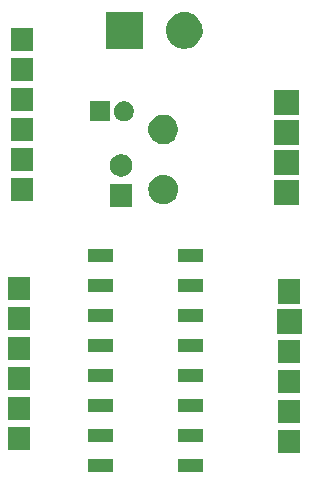
<source format=gbr>
G04 #@! TF.GenerationSoftware,KiCad,Pcbnew,(5.1.2)-2*
G04 #@! TF.CreationDate,2020-04-13T15:56:54+07:00*
G04 #@! TF.ProjectId,l293d,6c323933-642e-46b6-9963-61645f706362,rev?*
G04 #@! TF.SameCoordinates,Original*
G04 #@! TF.FileFunction,Soldermask,Top*
G04 #@! TF.FilePolarity,Negative*
%FSLAX46Y46*%
G04 Gerber Fmt 4.6, Leading zero omitted, Abs format (unit mm)*
G04 Created by KiCad (PCBNEW (5.1.2)-2) date 2020-04-13 15:56:54*
%MOMM*%
%LPD*%
G04 APERTURE LIST*
%ADD10C,0.100000*%
G04 APERTURE END LIST*
D10*
G36*
X108239000Y-108501000D02*
G01*
X106137000Y-108501000D01*
X106137000Y-107399000D01*
X108239000Y-107399000D01*
X108239000Y-108501000D01*
X108239000Y-108501000D01*
G37*
G36*
X100619000Y-108501000D02*
G01*
X98517000Y-108501000D01*
X98517000Y-107399000D01*
X100619000Y-107399000D01*
X100619000Y-108501000D01*
X100619000Y-108501000D01*
G37*
G36*
X116521000Y-106869000D02*
G01*
X114619000Y-106869000D01*
X114619000Y-104967000D01*
X116521000Y-104967000D01*
X116521000Y-106869000D01*
X116521000Y-106869000D01*
G37*
G36*
X93661000Y-106615000D02*
G01*
X91759000Y-106615000D01*
X91759000Y-104713000D01*
X93661000Y-104713000D01*
X93661000Y-106615000D01*
X93661000Y-106615000D01*
G37*
G36*
X108239000Y-105961000D02*
G01*
X106137000Y-105961000D01*
X106137000Y-104859000D01*
X108239000Y-104859000D01*
X108239000Y-105961000D01*
X108239000Y-105961000D01*
G37*
G36*
X100619000Y-105961000D02*
G01*
X98517000Y-105961000D01*
X98517000Y-104859000D01*
X100619000Y-104859000D01*
X100619000Y-105961000D01*
X100619000Y-105961000D01*
G37*
G36*
X116521000Y-104329000D02*
G01*
X114619000Y-104329000D01*
X114619000Y-102427000D01*
X116521000Y-102427000D01*
X116521000Y-104329000D01*
X116521000Y-104329000D01*
G37*
G36*
X93661000Y-104075000D02*
G01*
X91759000Y-104075000D01*
X91759000Y-102173000D01*
X93661000Y-102173000D01*
X93661000Y-104075000D01*
X93661000Y-104075000D01*
G37*
G36*
X108239000Y-103421000D02*
G01*
X106137000Y-103421000D01*
X106137000Y-102319000D01*
X108239000Y-102319000D01*
X108239000Y-103421000D01*
X108239000Y-103421000D01*
G37*
G36*
X100619000Y-103421000D02*
G01*
X98517000Y-103421000D01*
X98517000Y-102319000D01*
X100619000Y-102319000D01*
X100619000Y-103421000D01*
X100619000Y-103421000D01*
G37*
G36*
X116521000Y-101789000D02*
G01*
X114619000Y-101789000D01*
X114619000Y-99887000D01*
X116521000Y-99887000D01*
X116521000Y-101789000D01*
X116521000Y-101789000D01*
G37*
G36*
X93661000Y-101535000D02*
G01*
X91759000Y-101535000D01*
X91759000Y-99633000D01*
X93661000Y-99633000D01*
X93661000Y-101535000D01*
X93661000Y-101535000D01*
G37*
G36*
X100619000Y-100881000D02*
G01*
X98517000Y-100881000D01*
X98517000Y-99779000D01*
X100619000Y-99779000D01*
X100619000Y-100881000D01*
X100619000Y-100881000D01*
G37*
G36*
X108239000Y-100881000D02*
G01*
X106137000Y-100881000D01*
X106137000Y-99779000D01*
X108239000Y-99779000D01*
X108239000Y-100881000D01*
X108239000Y-100881000D01*
G37*
G36*
X116521000Y-99249000D02*
G01*
X114619000Y-99249000D01*
X114619000Y-97347000D01*
X116521000Y-97347000D01*
X116521000Y-99249000D01*
X116521000Y-99249000D01*
G37*
G36*
X93661000Y-98995000D02*
G01*
X91759000Y-98995000D01*
X91759000Y-97093000D01*
X93661000Y-97093000D01*
X93661000Y-98995000D01*
X93661000Y-98995000D01*
G37*
G36*
X100619000Y-98341000D02*
G01*
X98517000Y-98341000D01*
X98517000Y-97239000D01*
X100619000Y-97239000D01*
X100619000Y-98341000D01*
X100619000Y-98341000D01*
G37*
G36*
X108239000Y-98341000D02*
G01*
X106137000Y-98341000D01*
X106137000Y-97239000D01*
X108239000Y-97239000D01*
X108239000Y-98341000D01*
X108239000Y-98341000D01*
G37*
G36*
X116621000Y-96809000D02*
G01*
X114519000Y-96809000D01*
X114519000Y-94707000D01*
X116621000Y-94707000D01*
X116621000Y-96809000D01*
X116621000Y-96809000D01*
G37*
G36*
X93661000Y-96455000D02*
G01*
X91759000Y-96455000D01*
X91759000Y-94553000D01*
X93661000Y-94553000D01*
X93661000Y-96455000D01*
X93661000Y-96455000D01*
G37*
G36*
X100619000Y-95801000D02*
G01*
X98517000Y-95801000D01*
X98517000Y-94699000D01*
X100619000Y-94699000D01*
X100619000Y-95801000D01*
X100619000Y-95801000D01*
G37*
G36*
X108239000Y-95801000D02*
G01*
X106137000Y-95801000D01*
X106137000Y-94699000D01*
X108239000Y-94699000D01*
X108239000Y-95801000D01*
X108239000Y-95801000D01*
G37*
G36*
X116521000Y-94269000D02*
G01*
X114619000Y-94269000D01*
X114619000Y-92167000D01*
X116521000Y-92167000D01*
X116521000Y-94269000D01*
X116521000Y-94269000D01*
G37*
G36*
X93661000Y-93915000D02*
G01*
X91759000Y-93915000D01*
X91759000Y-92013000D01*
X93661000Y-92013000D01*
X93661000Y-93915000D01*
X93661000Y-93915000D01*
G37*
G36*
X100619000Y-93261000D02*
G01*
X98517000Y-93261000D01*
X98517000Y-92159000D01*
X100619000Y-92159000D01*
X100619000Y-93261000D01*
X100619000Y-93261000D01*
G37*
G36*
X108239000Y-93261000D02*
G01*
X106137000Y-93261000D01*
X106137000Y-92159000D01*
X108239000Y-92159000D01*
X108239000Y-93261000D01*
X108239000Y-93261000D01*
G37*
G36*
X100619000Y-90721000D02*
G01*
X98517000Y-90721000D01*
X98517000Y-89619000D01*
X100619000Y-89619000D01*
X100619000Y-90721000D01*
X100619000Y-90721000D01*
G37*
G36*
X108239000Y-90721000D02*
G01*
X106137000Y-90721000D01*
X106137000Y-89619000D01*
X108239000Y-89619000D01*
X108239000Y-90721000D01*
X108239000Y-90721000D01*
G37*
G36*
X102297000Y-86041000D02*
G01*
X100395000Y-86041000D01*
X100395000Y-84139000D01*
X102297000Y-84139000D01*
X102297000Y-86041000D01*
X102297000Y-86041000D01*
G37*
G36*
X116367000Y-85887000D02*
G01*
X114265000Y-85887000D01*
X114265000Y-83785000D01*
X116367000Y-83785000D01*
X116367000Y-85887000D01*
X116367000Y-85887000D01*
G37*
G36*
X105147239Y-83349101D02*
G01*
X105383053Y-83420634D01*
X105600381Y-83536799D01*
X105790871Y-83693129D01*
X105947201Y-83883619D01*
X106063366Y-84100947D01*
X106134899Y-84336761D01*
X106159053Y-84582000D01*
X106134899Y-84827239D01*
X106063366Y-85063053D01*
X105947201Y-85280381D01*
X105790871Y-85470871D01*
X105600381Y-85627201D01*
X105383053Y-85743366D01*
X105147239Y-85814899D01*
X104963457Y-85833000D01*
X104840543Y-85833000D01*
X104656761Y-85814899D01*
X104420947Y-85743366D01*
X104203619Y-85627201D01*
X104013129Y-85470871D01*
X103856799Y-85280381D01*
X103740634Y-85063053D01*
X103669101Y-84827239D01*
X103644947Y-84582000D01*
X103669101Y-84336761D01*
X103740634Y-84100947D01*
X103856799Y-83883619D01*
X104013129Y-83693129D01*
X104203619Y-83536799D01*
X104420947Y-83420634D01*
X104656761Y-83349101D01*
X104840543Y-83331000D01*
X104963457Y-83331000D01*
X105147239Y-83349101D01*
X105147239Y-83349101D01*
G37*
G36*
X93915000Y-85533000D02*
G01*
X92013000Y-85533000D01*
X92013000Y-83631000D01*
X93915000Y-83631000D01*
X93915000Y-85533000D01*
X93915000Y-85533000D01*
G37*
G36*
X101623395Y-81635546D02*
G01*
X101796466Y-81707234D01*
X101796467Y-81707235D01*
X101952227Y-81811310D01*
X102084690Y-81943773D01*
X102084691Y-81943775D01*
X102188766Y-82099534D01*
X102260454Y-82272605D01*
X102297000Y-82456333D01*
X102297000Y-82643667D01*
X102260454Y-82827395D01*
X102188766Y-83000466D01*
X102188765Y-83000467D01*
X102084690Y-83156227D01*
X101952227Y-83288690D01*
X101888905Y-83331000D01*
X101796466Y-83392766D01*
X101623395Y-83464454D01*
X101439667Y-83501000D01*
X101252333Y-83501000D01*
X101068605Y-83464454D01*
X100895534Y-83392766D01*
X100803095Y-83331000D01*
X100739773Y-83288690D01*
X100607310Y-83156227D01*
X100503235Y-83000467D01*
X100503234Y-83000466D01*
X100431546Y-82827395D01*
X100395000Y-82643667D01*
X100395000Y-82456333D01*
X100431546Y-82272605D01*
X100503234Y-82099534D01*
X100607309Y-81943775D01*
X100607310Y-81943773D01*
X100739773Y-81811310D01*
X100895533Y-81707235D01*
X100895534Y-81707234D01*
X101068605Y-81635546D01*
X101252333Y-81599000D01*
X101439667Y-81599000D01*
X101623395Y-81635546D01*
X101623395Y-81635546D01*
G37*
G36*
X116367000Y-83347000D02*
G01*
X114265000Y-83347000D01*
X114265000Y-81245000D01*
X116367000Y-81245000D01*
X116367000Y-83347000D01*
X116367000Y-83347000D01*
G37*
G36*
X93915000Y-82993000D02*
G01*
X92013000Y-82993000D01*
X92013000Y-81091000D01*
X93915000Y-81091000D01*
X93915000Y-82993000D01*
X93915000Y-82993000D01*
G37*
G36*
X116367000Y-80807000D02*
G01*
X114265000Y-80807000D01*
X114265000Y-78705000D01*
X116367000Y-78705000D01*
X116367000Y-80807000D01*
X116367000Y-80807000D01*
G37*
G36*
X105266903Y-78299075D02*
G01*
X105464930Y-78381100D01*
X105494571Y-78393378D01*
X105699466Y-78530285D01*
X105873715Y-78704534D01*
X106010622Y-78909429D01*
X106104925Y-79137097D01*
X106153000Y-79378787D01*
X106153000Y-79625213D01*
X106104925Y-79866903D01*
X106010622Y-80094571D01*
X105873715Y-80299466D01*
X105699466Y-80473715D01*
X105494571Y-80610622D01*
X105494570Y-80610623D01*
X105494569Y-80610623D01*
X105266903Y-80704925D01*
X105025214Y-80753000D01*
X104778786Y-80753000D01*
X104537097Y-80704925D01*
X104309431Y-80610623D01*
X104309430Y-80610623D01*
X104309429Y-80610622D01*
X104104534Y-80473715D01*
X103930285Y-80299466D01*
X103793378Y-80094571D01*
X103699075Y-79866903D01*
X103651000Y-79625213D01*
X103651000Y-79378787D01*
X103699075Y-79137097D01*
X103793378Y-78909429D01*
X103930285Y-78704534D01*
X104104534Y-78530285D01*
X104309429Y-78393378D01*
X104339071Y-78381100D01*
X104537097Y-78299075D01*
X104778786Y-78251000D01*
X105025214Y-78251000D01*
X105266903Y-78299075D01*
X105266903Y-78299075D01*
G37*
G36*
X93915000Y-80453000D02*
G01*
X92013000Y-80453000D01*
X92013000Y-78551000D01*
X93915000Y-78551000D01*
X93915000Y-80453000D01*
X93915000Y-80453000D01*
G37*
G36*
X100419000Y-78829000D02*
G01*
X98717000Y-78829000D01*
X98717000Y-77127000D01*
X100419000Y-77127000D01*
X100419000Y-78829000D01*
X100419000Y-78829000D01*
G37*
G36*
X101816228Y-77159703D02*
G01*
X101971100Y-77223853D01*
X102110481Y-77316985D01*
X102229015Y-77435519D01*
X102322147Y-77574900D01*
X102386297Y-77729772D01*
X102419000Y-77894184D01*
X102419000Y-78061816D01*
X102386297Y-78226228D01*
X102322147Y-78381100D01*
X102229015Y-78520481D01*
X102110481Y-78639015D01*
X101971100Y-78732147D01*
X101816228Y-78796297D01*
X101651816Y-78829000D01*
X101484184Y-78829000D01*
X101319772Y-78796297D01*
X101164900Y-78732147D01*
X101025519Y-78639015D01*
X100906985Y-78520481D01*
X100813853Y-78381100D01*
X100749703Y-78226228D01*
X100717000Y-78061816D01*
X100717000Y-77894184D01*
X100749703Y-77729772D01*
X100813853Y-77574900D01*
X100906985Y-77435519D01*
X101025519Y-77316985D01*
X101164900Y-77223853D01*
X101319772Y-77159703D01*
X101484184Y-77127000D01*
X101651816Y-77127000D01*
X101816228Y-77159703D01*
X101816228Y-77159703D01*
G37*
G36*
X116367000Y-78267000D02*
G01*
X114265000Y-78267000D01*
X114265000Y-76165000D01*
X116367000Y-76165000D01*
X116367000Y-78267000D01*
X116367000Y-78267000D01*
G37*
G36*
X93915000Y-77913000D02*
G01*
X92013000Y-77913000D01*
X92013000Y-76011000D01*
X93915000Y-76011000D01*
X93915000Y-77913000D01*
X93915000Y-77913000D01*
G37*
G36*
X93915000Y-75373000D02*
G01*
X92013000Y-75373000D01*
X92013000Y-73471000D01*
X93915000Y-73471000D01*
X93915000Y-75373000D01*
X93915000Y-75373000D01*
G37*
G36*
X93915000Y-72833000D02*
G01*
X92013000Y-72833000D01*
X92013000Y-70931000D01*
X93915000Y-70931000D01*
X93915000Y-72833000D01*
X93915000Y-72833000D01*
G37*
G36*
X103151000Y-72671000D02*
G01*
X100049000Y-72671000D01*
X100049000Y-69569000D01*
X103151000Y-69569000D01*
X103151000Y-72671000D01*
X103151000Y-72671000D01*
G37*
G36*
X106982585Y-69598802D02*
G01*
X107132410Y-69628604D01*
X107414674Y-69745521D01*
X107668705Y-69915259D01*
X107884741Y-70131295D01*
X108054479Y-70385326D01*
X108171396Y-70667590D01*
X108171396Y-70667591D01*
X108223792Y-70931000D01*
X108231000Y-70967240D01*
X108231000Y-71272760D01*
X108171396Y-71572410D01*
X108054479Y-71854674D01*
X107884741Y-72108705D01*
X107668705Y-72324741D01*
X107414674Y-72494479D01*
X107132410Y-72611396D01*
X106982585Y-72641198D01*
X106832761Y-72671000D01*
X106527239Y-72671000D01*
X106377415Y-72641198D01*
X106227590Y-72611396D01*
X105945326Y-72494479D01*
X105691295Y-72324741D01*
X105475259Y-72108705D01*
X105305521Y-71854674D01*
X105188604Y-71572410D01*
X105129000Y-71272760D01*
X105129000Y-70967240D01*
X105136209Y-70931000D01*
X105188604Y-70667591D01*
X105188604Y-70667590D01*
X105305521Y-70385326D01*
X105475259Y-70131295D01*
X105691295Y-69915259D01*
X105945326Y-69745521D01*
X106227590Y-69628604D01*
X106377415Y-69598802D01*
X106527239Y-69569000D01*
X106832761Y-69569000D01*
X106982585Y-69598802D01*
X106982585Y-69598802D01*
G37*
M02*

</source>
